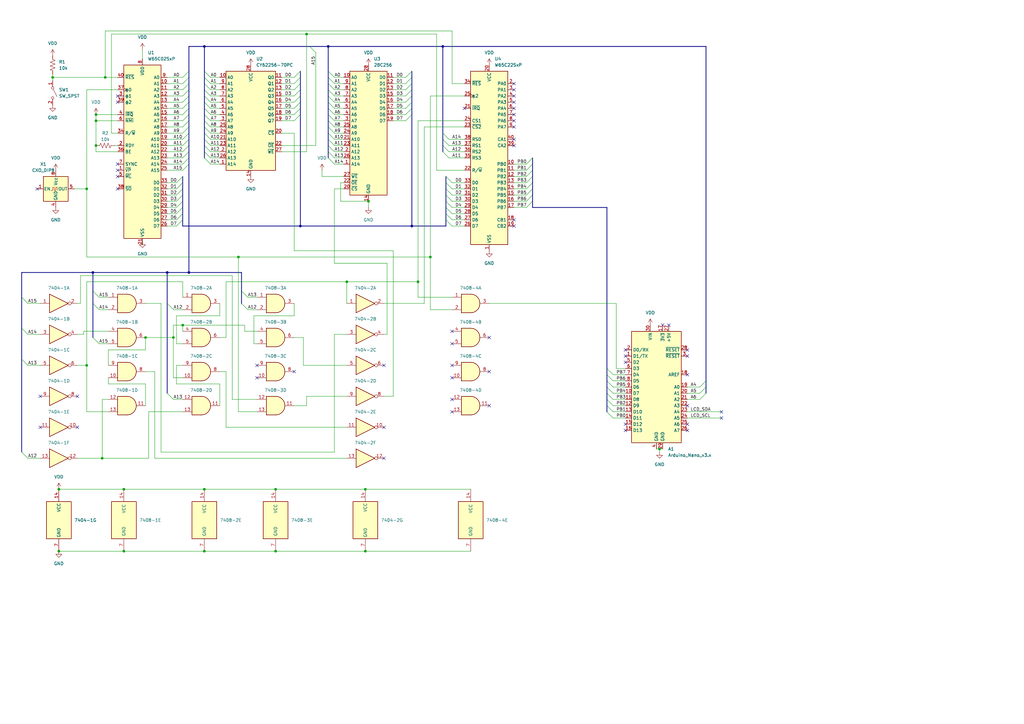
<source format=kicad_sch>
(kicad_sch (version 20230121) (generator eeschema)
  (paper "A3")
  (junction (at 68.58 111.76))
  (junction (at 83.82 19.05))
  (junction (at 83.82 226.06))
  (junction (at 50.8 226.06))
  (junction (at 176.53 105.41))
  (junction (at 113.03 200.66))
  (junction (at 151.13 82.55))
  (junction (at 270.51 184.15))
  (junction (at 59.69 138.43))
  (junction (at 35.56 149.86))
  (junction (at 74.93 133.35))
  (junction (at 39.37 49.53))
  (junction (at 41.91 187.96))
  (junction (at 77.47 111.76))
  (junction (at 123.19 92.71))
  (junction (at 171.45 115.57))
  (junction (at 24.13 226.06))
  (junction (at 125.73 13.97))
  (junction (at 39.37 59.69))
  (junction (at 168.91 92.71))
  (junction (at 24.13 200.66))
  (junction (at 181.61 19.05))
  (junction (at 142.24 115.57))
  (junction (at 43.18 31.75))
  (junction (at 97.79 105.41))
  (junction (at 149.86 200.66))
  (junction (at 71.12 138.43))
  (junction (at 134.62 19.05))
  (junction (at 39.37 46.99))
  (junction (at 83.82 200.66))
  (junction (at 21.59 31.75))
  (junction (at 113.03 226.06))
  (junction (at 35.56 77.47))
  (junction (at 50.8 200.66))
  (junction (at 38.1 111.76))
  (junction (at 149.86 226.06))
  (no_connect (at 190.5 44.45))
  (no_connect (at 15.24 77.47))
  (no_connect (at 281.94 146.05))
  (no_connect (at 210.82 34.29))
  (no_connect (at 185.42 163.83))
  (no_connect (at 210.82 90.17))
  (no_connect (at 281.94 173.99))
  (no_connect (at 274.32 133.35))
  (no_connect (at 256.54 143.51))
  (no_connect (at 271.78 133.35))
  (no_connect (at 256.54 173.99))
  (no_connect (at 256.54 146.05))
  (no_connect (at 210.82 46.99))
  (no_connect (at 185.42 168.91))
  (no_connect (at 48.26 77.47))
  (no_connect (at 200.66 152.4))
  (no_connect (at 120.65 152.4))
  (no_connect (at 210.82 52.07))
  (no_connect (at 210.82 92.71))
  (no_connect (at 31.75 175.26))
  (no_connect (at 295.91 171.45))
  (no_connect (at 210.82 36.83))
  (no_connect (at 295.91 168.91))
  (no_connect (at 185.42 149.86))
  (no_connect (at 200.66 138.43))
  (no_connect (at 210.82 59.69))
  (no_connect (at 48.26 67.31))
  (no_connect (at 281.94 153.67))
  (no_connect (at 16.51 175.26))
  (no_connect (at 256.54 148.59))
  (no_connect (at 48.26 69.85))
  (no_connect (at 185.42 140.97))
  (no_connect (at 157.48 187.96))
  (no_connect (at 31.75 162.56))
  (no_connect (at 48.26 72.39))
  (no_connect (at 210.82 39.37))
  (no_connect (at 105.41 149.86))
  (no_connect (at 210.82 57.15))
  (no_connect (at 210.82 44.45))
  (no_connect (at 105.41 154.94))
  (no_connect (at 281.94 143.51))
  (no_connect (at 16.51 162.56))
  (no_connect (at 281.94 176.53))
  (no_connect (at 210.82 49.53))
  (no_connect (at 200.66 166.37))
  (no_connect (at 157.48 175.26))
  (no_connect (at 281.94 166.37))
  (no_connect (at 157.48 149.86))
  (no_connect (at 48.26 41.91))
  (no_connect (at 256.54 176.53))
  (no_connect (at 210.82 41.91))
  (no_connect (at 185.42 154.94))
  (no_connect (at 185.42 135.89))
  (no_connect (at 48.26 39.37))
  (bus_entry (at 251.46 156.21) (size -2.54 -2.54))
  (bus_entry (at 251.46 163.83) (size -2.54 -2.54))
  (bus_entry (at 86.36 39.37) (size -2.54 -2.54))
  (bus_entry (at 215.9 67.31) (size 2.54 -2.54))
  (bus_entry (at 166.37 31.75) (size 2.54 -2.54))
  (bus_entry (at 137.16 52.07) (size -2.54 -2.54))
  (bus_entry (at 251.46 158.75) (size -2.54 -2.54))
  (bus_entry (at 86.36 31.75) (size -2.54 -2.54))
  (bus_entry (at 86.36 64.77) (size -2.54 -2.54))
  (bus_entry (at 129.54 21.59) (size -2.54 -2.54))
  (bus_entry (at 166.37 36.83) (size 2.54 -2.54))
  (bus_entry (at 120.65 46.99) (size 2.54 -2.54))
  (bus_entry (at 137.16 41.91) (size -2.54 -2.54))
  (bus_entry (at 137.16 39.37) (size -2.54 -2.54))
  (bus_entry (at 120.65 34.29) (size 2.54 -2.54))
  (bus_entry (at 38.1 119.38) (size 2.54 2.54))
  (bus_entry (at 86.36 46.99) (size -2.54 -2.54))
  (bus_entry (at 215.9 85.09) (size 2.54 -2.54))
  (bus_entry (at 74.93 64.77) (size 2.54 -2.54))
  (bus_entry (at 137.16 59.69) (size -2.54 -2.54))
  (bus_entry (at 120.65 39.37) (size 2.54 -2.54))
  (bus_entry (at 166.37 44.45) (size 2.54 -2.54))
  (bus_entry (at 289.56 158.75) (size -2.54 2.54))
  (bus_entry (at 137.16 57.15) (size -2.54 -2.54))
  (bus_entry (at 184.15 62.23) (size -2.54 -2.54))
  (bus_entry (at 72.39 87.63) (size 2.54 -2.54))
  (bus_entry (at 86.36 41.91) (size -2.54 -2.54))
  (bus_entry (at 137.16 49.53) (size -2.54 -2.54))
  (bus_entry (at 99.06 124.46) (size 2.54 2.54))
  (bus_entry (at 289.56 161.29) (size -2.54 2.54))
  (bus_entry (at 184.15 57.15) (size -2.54 -2.54))
  (bus_entry (at 137.16 46.99) (size -2.54 -2.54))
  (bus_entry (at 72.39 74.93) (size 2.54 -2.54))
  (bus_entry (at 251.46 161.29) (size -2.54 -2.54))
  (bus_entry (at 120.65 36.83) (size 2.54 -2.54))
  (bus_entry (at 74.93 67.31) (size 2.54 -2.54))
  (bus_entry (at 8.89 147.32) (size 2.54 2.54))
  (bus_entry (at 8.89 134.62) (size 2.54 2.54))
  (bus_entry (at 86.36 34.29) (size -2.54 -2.54))
  (bus_entry (at 74.93 57.15) (size 2.54 -2.54))
  (bus_entry (at 86.36 49.53) (size -2.54 -2.54))
  (bus_entry (at 86.36 54.61) (size -2.54 -2.54))
  (bus_entry (at 182.88 74.93) (size 2.54 2.54))
  (bus_entry (at 72.39 82.55) (size 2.54 -2.54))
  (bus_entry (at 74.93 62.23) (size 2.54 -2.54))
  (bus_entry (at 120.65 31.75) (size 2.54 -2.54))
  (bus_entry (at 74.93 36.83) (size 2.54 -2.54))
  (bus_entry (at 289.56 156.21) (size -2.54 2.54))
  (bus_entry (at 72.39 90.17) (size 2.54 -2.54))
  (bus_entry (at 99.06 119.38) (size 2.54 2.54))
  (bus_entry (at 74.93 39.37) (size 2.54 -2.54))
  (bus_entry (at 74.93 46.99) (size 2.54 -2.54))
  (bus_entry (at 86.36 59.69) (size -2.54 -2.54))
  (bus_entry (at 86.36 36.83) (size -2.54 -2.54))
  (bus_entry (at 86.36 44.45) (size -2.54 -2.54))
  (bus_entry (at 68.58 161.29) (size 2.54 2.54))
  (bus_entry (at 74.93 31.75) (size 2.54 -2.54))
  (bus_entry (at 86.36 57.15) (size -2.54 -2.54))
  (bus_entry (at 215.9 80.01) (size 2.54 -2.54))
  (bus_entry (at 166.37 34.29) (size 2.54 -2.54))
  (bus_entry (at 74.93 69.85) (size 2.54 -2.54))
  (bus_entry (at 182.88 77.47) (size 2.54 2.54))
  (bus_entry (at 251.46 171.45) (size -2.54 -2.54))
  (bus_entry (at 72.39 85.09) (size 2.54 -2.54))
  (bus_entry (at 72.39 77.47) (size 2.54 -2.54))
  (bus_entry (at 74.93 52.07) (size 2.54 -2.54))
  (bus_entry (at 8.89 121.92) (size 2.54 2.54))
  (bus_entry (at 8.89 185.42) (size 2.54 2.54))
  (bus_entry (at 74.93 49.53) (size 2.54 -2.54))
  (bus_entry (at 182.88 90.17) (size 2.54 2.54))
  (bus_entry (at 251.46 166.37) (size -2.54 -2.54))
  (bus_entry (at 86.36 52.07) (size -2.54 -2.54))
  (bus_entry (at 74.93 59.69) (size 2.54 -2.54))
  (bus_entry (at 38.1 124.46) (size 2.54 2.54))
  (bus_entry (at 74.93 54.61) (size 2.54 -2.54))
  (bus_entry (at 137.16 31.75) (size -2.54 -2.54))
  (bus_entry (at 166.37 49.53) (size 2.54 -2.54))
  (bus_entry (at 184.15 59.69) (size -2.54 -2.54))
  (bus_entry (at 251.46 168.91) (size -2.54 -2.54))
  (bus_entry (at 182.88 82.55) (size 2.54 2.54))
  (bus_entry (at 137.16 64.77) (size -2.54 -2.54))
  (bus_entry (at 72.39 80.01) (size 2.54 -2.54))
  (bus_entry (at 86.36 67.31) (size -2.54 -2.54))
  (bus_entry (at 137.16 54.61) (size -2.54 -2.54))
  (bus_entry (at 215.9 69.85) (size 2.54 -2.54))
  (bus_entry (at 137.16 36.83) (size -2.54 -2.54))
  (bus_entry (at 137.16 34.29) (size -2.54 -2.54))
  (bus_entry (at 137.16 67.31) (size -2.54 -2.54))
  (bus_entry (at 166.37 39.37) (size 2.54 -2.54))
  (bus_entry (at 86.36 62.23) (size -2.54 -2.54))
  (bus_entry (at 74.93 41.91) (size 2.54 -2.54))
  (bus_entry (at 166.37 46.99) (size 2.54 -2.54))
  (bus_entry (at 182.88 80.01) (size 2.54 2.54))
  (bus_entry (at 74.93 44.45) (size 2.54 -2.54))
  (bus_entry (at 251.46 153.67) (size -2.54 -2.54))
  (bus_entry (at 184.15 64.77) (size -2.54 -2.54))
  (bus_entry (at 68.58 124.46) (size 2.54 2.54))
  (bus_entry (at 182.88 85.09) (size 2.54 2.54))
  (bus_entry (at 137.16 44.45) (size -2.54 -2.54))
  (bus_entry (at 72.39 92.71) (size 2.54 -2.54))
  (bus_entry (at 215.9 74.93) (size 2.54 -2.54))
  (bus_entry (at 120.65 41.91) (size 2.54 -2.54))
  (bus_entry (at 38.1 138.43) (size 2.54 2.54))
  (bus_entry (at 137.16 62.23) (size -2.54 -2.54))
  (bus_entry (at 74.93 34.29) (size 2.54 -2.54))
  (bus_entry (at 182.88 87.63) (size 2.54 2.54))
  (bus_entry (at 120.65 49.53) (size 2.54 -2.54))
  (bus_entry (at 120.65 44.45) (size 2.54 -2.54))
  (bus_entry (at 166.37 41.91) (size 2.54 -2.54))
  (bus_entry (at 182.88 72.39) (size 2.54 2.54))
  (bus_entry (at 215.9 72.39) (size 2.54 -2.54))
  (bus_entry (at 215.9 77.47) (size 2.54 -2.54))
  (bus_entry (at 215.9 82.55) (size 2.54 -2.54))
  (wire (pts (xy 104.14 140.97) (xy 105.41 140.97)))
  (bus (pts (xy 248.92 161.29) (xy 248.92 163.83)))
  (wire (pts (xy 161.29 31.75) (xy 166.37 31.75)))
  (bus (pts (xy 134.62 57.15) (xy 134.62 59.69)))
  (wire (pts (xy 137.16 64.77) (xy 140.97 64.77)))
  (wire (pts (xy 115.57 54.61) (xy 120.65 54.61)))
  (wire (pts (xy 11.43 124.46) (xy 16.51 124.46)))
  (wire (pts (xy 137.16 36.83) (xy 140.97 36.83)))
  (wire (pts (xy 137.16 62.23) (xy 140.97 62.23)))
  (bus (pts (xy 181.61 19.05) (xy 289.56 19.05)))
  (bus (pts (xy 218.44 69.85) (xy 218.44 72.39)))
  (wire (pts (xy 60.96 187.96) (xy 60.96 168.91)))
  (wire (pts (xy 44.45 135.89) (xy 34.29 135.89)))
  (wire (pts (xy 113.03 200.66) (xy 149.86 200.66)))
  (bus (pts (xy 77.47 36.83) (xy 77.47 39.37)))
  (wire (pts (xy 39.37 49.53) (xy 48.26 49.53)))
  (wire (pts (xy 200.66 124.46) (xy 252.73 124.46)))
  (bus (pts (xy 134.62 52.07) (xy 134.62 54.61)))
  (wire (pts (xy 41.91 187.96) (xy 60.96 187.96)))
  (bus (pts (xy 38.1 119.38) (xy 38.1 124.46)))
  (wire (pts (xy 137.16 77.47) (xy 137.16 107.95)))
  (wire (pts (xy 137.16 41.91) (xy 140.97 41.91)))
  (wire (pts (xy 59.69 138.43) (xy 71.12 138.43)))
  (bus (pts (xy 134.62 62.23) (xy 134.62 64.77)))
  (wire (pts (xy 74.93 115.57) (xy 74.93 121.92)))
  (bus (pts (xy 134.62 31.75) (xy 134.62 34.29)))
  (wire (pts (xy 120.65 129.54) (xy 104.14 129.54)))
  (bus (pts (xy 168.91 36.83) (xy 168.91 39.37)))
  (bus (pts (xy 181.61 57.15) (xy 181.61 59.69)))
  (wire (pts (xy 21.59 31.75) (xy 21.59 33.02)))
  (bus (pts (xy 134.62 19.05) (xy 134.62 29.21)))
  (wire (pts (xy 35.56 168.91) (xy 44.45 168.91)))
  (wire (pts (xy 115.57 31.75) (xy 120.65 31.75)))
  (bus (pts (xy 218.44 82.55) (xy 218.44 85.09)))
  (wire (pts (xy 104.14 129.54) (xy 104.14 140.97)))
  (bus (pts (xy 168.91 39.37) (xy 168.91 41.91)))
  (wire (pts (xy 185.42 82.55) (xy 190.5 82.55)))
  (bus (pts (xy 74.93 92.71) (xy 74.93 90.17)))
  (wire (pts (xy 142.24 137.16) (xy 137.16 137.16)))
  (bus (pts (xy 248.92 153.67) (xy 248.92 156.21)))
  (wire (pts (xy 86.36 54.61) (xy 90.17 54.61)))
  (bus (pts (xy 83.82 29.21) (xy 83.82 31.75)))
  (wire (pts (xy 68.58 52.07) (xy 74.93 52.07)))
  (wire (pts (xy 71.12 163.83) (xy 74.93 163.83)))
  (bus (pts (xy 83.82 19.05) (xy 83.82 29.21)))
  (wire (pts (xy 86.36 62.23) (xy 90.17 62.23)))
  (wire (pts (xy 137.16 46.99) (xy 140.97 46.99)))
  (wire (pts (xy 60.96 168.91) (xy 74.93 168.91)))
  (wire (pts (xy 68.58 74.93) (xy 72.39 74.93)))
  (bus (pts (xy 83.82 41.91) (xy 83.82 44.45)))
  (bus (pts (xy 77.47 44.45) (xy 77.47 46.99)))
  (bus (pts (xy 77.47 57.15) (xy 77.47 59.69)))
  (wire (pts (xy 97.79 105.41) (xy 176.53 105.41)))
  (wire (pts (xy 59.69 152.4) (xy 63.5 152.4)))
  (bus (pts (xy 74.93 87.63) (xy 74.93 90.17)))
  (wire (pts (xy 161.29 41.91) (xy 166.37 41.91)))
  (bus (pts (xy 182.88 87.63) (xy 182.88 90.17)))
  (wire (pts (xy 100.33 133.35) (xy 100.33 135.89)))
  (bus (pts (xy 68.58 111.76) (xy 77.47 111.76)))
  (wire (pts (xy 101.6 127) (xy 105.41 127)))
  (wire (pts (xy 161.29 102.87) (xy 161.29 162.56)))
  (wire (pts (xy 86.36 57.15) (xy 90.17 57.15)))
  (wire (pts (xy 185.42 92.71) (xy 190.5 92.71)))
  (bus (pts (xy 134.62 46.99) (xy 134.62 49.53)))
  (wire (pts (xy 115.57 39.37) (xy 120.65 39.37)))
  (wire (pts (xy 71.12 138.43) (xy 71.12 154.94)))
  (wire (pts (xy 137.16 49.53) (xy 140.97 49.53)))
  (wire (pts (xy 68.58 54.61) (xy 74.93 54.61)))
  (bus (pts (xy 8.89 134.62) (xy 8.89 147.32)))
  (wire (pts (xy 41.91 163.83) (xy 41.91 187.96)))
  (wire (pts (xy 185.42 90.17) (xy 190.5 90.17)))
  (bus (pts (xy 77.47 29.21) (xy 77.47 31.75)))
  (wire (pts (xy 281.94 168.91) (xy 295.91 168.91)))
  (wire (pts (xy 120.65 102.87) (xy 161.29 102.87)))
  (wire (pts (xy 72.39 157.48) (xy 90.17 157.48)))
  (bus (pts (xy 218.44 72.39) (xy 218.44 74.93)))
  (wire (pts (xy 90.17 157.48) (xy 90.17 166.37)))
  (wire (pts (xy 184.15 59.69) (xy 190.5 59.69)))
  (bus (pts (xy 182.88 77.47) (xy 182.88 80.01)))
  (wire (pts (xy 33.02 113.03) (xy 33.02 124.46)))
  (bus (pts (xy 218.44 74.93) (xy 218.44 77.47)))
  (wire (pts (xy 86.36 41.91) (xy 90.17 41.91)))
  (bus (pts (xy 68.58 111.76) (xy 68.58 124.46)))
  (bus (pts (xy 77.47 19.05) (xy 83.82 19.05)))
  (wire (pts (xy 251.46 153.67) (xy 256.54 153.67)))
  (wire (pts (xy 173.99 52.07) (xy 173.99 124.46)))
  (wire (pts (xy 45.72 54.61) (xy 48.26 54.61)))
  (wire (pts (xy 161.29 34.29) (xy 166.37 34.29)))
  (bus (pts (xy 74.93 80.01) (xy 74.93 82.55)))
  (wire (pts (xy 68.58 62.23) (xy 74.93 62.23)))
  (wire (pts (xy 179.07 69.85) (xy 179.07 13.97)))
  (wire (pts (xy 68.58 80.01) (xy 72.39 80.01)))
  (wire (pts (xy 86.36 52.07) (xy 90.17 52.07)))
  (wire (pts (xy 210.82 72.39) (xy 215.9 72.39)))
  (wire (pts (xy 24.13 200.66) (xy 50.8 200.66)))
  (wire (pts (xy 71.12 154.94) (xy 74.93 154.94)))
  (bus (pts (xy 134.62 59.69) (xy 134.62 62.23)))
  (wire (pts (xy 210.82 77.47) (xy 215.9 77.47)))
  (wire (pts (xy 120.65 54.61) (xy 120.65 102.87)))
  (bus (pts (xy 248.92 156.21) (xy 248.92 158.75)))
  (bus (pts (xy 168.91 41.91) (xy 168.91 44.45)))
  (wire (pts (xy 83.82 226.06) (xy 113.03 226.06)))
  (bus (pts (xy 168.91 46.99) (xy 168.91 92.71)))
  (wire (pts (xy 50.8 226.06) (xy 83.82 226.06)))
  (wire (pts (xy 176.53 105.41) (xy 176.53 127)))
  (wire (pts (xy 86.36 67.31) (xy 90.17 67.31)))
  (wire (pts (xy 59.69 124.46) (xy 66.04 124.46)))
  (wire (pts (xy 171.45 115.57) (xy 171.45 121.92)))
  (bus (pts (xy 77.47 67.31) (xy 77.47 111.76)))
  (wire (pts (xy 24.13 226.06) (xy 50.8 226.06)))
  (wire (pts (xy 44.45 143.51) (xy 44.45 149.86)))
  (bus (pts (xy 83.82 34.29) (xy 83.82 36.83)))
  (wire (pts (xy 35.56 77.47) (xy 35.56 105.41)))
  (wire (pts (xy 210.82 74.93) (xy 215.9 74.93)))
  (bus (pts (xy 77.47 41.91) (xy 77.47 44.45)))
  (wire (pts (xy 176.53 39.37) (xy 176.53 105.41)))
  (wire (pts (xy 97.79 168.91) (xy 105.41 168.91)))
  (wire (pts (xy 92.71 175.26) (xy 142.24 175.26)))
  (bus (pts (xy 248.92 85.09) (xy 218.44 85.09)))
  (wire (pts (xy 140.97 74.93) (xy 139.7 74.93)))
  (bus (pts (xy 8.89 111.76) (xy 8.89 121.92)))
  (wire (pts (xy 11.43 149.86) (xy 16.51 149.86)))
  (wire (pts (xy 39.37 46.99) (xy 39.37 49.53)))
  (bus (pts (xy 248.92 163.83) (xy 248.92 166.37)))
  (wire (pts (xy 251.46 168.91) (xy 256.54 168.91)))
  (wire (pts (xy 58.42 20.32) (xy 58.42 24.13)))
  (wire (pts (xy 31.75 149.86) (xy 35.56 149.86)))
  (wire (pts (xy 137.16 59.69) (xy 140.97 59.69)))
  (wire (pts (xy 48.26 62.23) (xy 39.37 62.23)))
  (wire (pts (xy 72.39 129.54) (xy 72.39 140.97)))
  (wire (pts (xy 40.64 121.92) (xy 44.45 121.92)))
  (bus (pts (xy 182.88 72.39) (xy 182.88 74.93)))
  (wire (pts (xy 68.58 49.53) (xy 74.93 49.53)))
  (wire (pts (xy 151.13 85.09) (xy 151.13 82.55)))
  (wire (pts (xy 171.45 115.57) (xy 142.24 115.57)))
  (bus (pts (xy 77.47 29.21) (xy 77.47 19.05)))
  (wire (pts (xy 92.71 152.4) (xy 92.71 175.26)))
  (wire (pts (xy 63.5 187.96) (xy 142.24 187.96)))
  (wire (pts (xy 113.03 226.06) (xy 149.86 226.06)))
  (wire (pts (xy 33.02 124.46) (xy 31.75 124.46)))
  (wire (pts (xy 142.24 149.86) (xy 124.46 149.86)))
  (wire (pts (xy 115.57 41.91) (xy 120.65 41.91)))
  (wire (pts (xy 68.58 82.55) (xy 72.39 82.55)))
  (wire (pts (xy 86.36 46.99) (xy 90.17 46.99)))
  (wire (pts (xy 39.37 46.99) (xy 48.26 46.99)))
  (wire (pts (xy 97.79 105.41) (xy 97.79 168.91)))
  (wire (pts (xy 35.56 149.86) (xy 35.56 168.91)))
  (wire (pts (xy 43.18 12.7) (xy 185.42 12.7)))
  (wire (pts (xy 58.42 100.33) (xy 58.42 99.06)))
  (wire (pts (xy 210.82 69.85) (xy 215.9 69.85)))
  (wire (pts (xy 171.45 49.53) (xy 171.45 115.57)))
  (bus (pts (xy 289.56 156.21) (xy 289.56 158.75)))
  (wire (pts (xy 105.41 163.83) (xy 95.25 163.83)))
  (wire (pts (xy 92.71 115.57) (xy 142.24 115.57)))
  (bus (pts (xy 83.82 54.61) (xy 83.82 57.15)))
  (wire (pts (xy 161.29 39.37) (xy 166.37 39.37)))
  (wire (pts (xy 140.97 77.47) (xy 137.16 77.47)))
  (wire (pts (xy 140.97 72.39) (xy 132.08 72.39)))
  (bus (pts (xy 99.06 111.76) (xy 99.06 119.38)))
  (wire (pts (xy 86.36 64.77) (xy 90.17 64.77)))
  (bus (pts (xy 74.93 74.93) (xy 74.93 77.47)))
  (bus (pts (xy 77.47 62.23) (xy 77.47 64.77)))
  (wire (pts (xy 115.57 34.29) (xy 120.65 34.29)))
  (bus (pts (xy 77.47 54.61) (xy 77.47 57.15)))
  (wire (pts (xy 72.39 149.86) (xy 72.39 157.48)))
  (wire (pts (xy 86.36 36.83) (xy 90.17 36.83)))
  (bus (pts (xy 134.62 49.53) (xy 134.62 52.07)))
  (wire (pts (xy 176.53 127) (xy 185.42 127)))
  (wire (pts (xy 125.73 166.37) (xy 120.65 166.37)))
  (wire (pts (xy 251.46 156.21) (xy 256.54 156.21)))
  (wire (pts (xy 124.46 138.43) (xy 120.65 138.43)))
  (wire (pts (xy 39.37 62.23) (xy 39.37 59.69)))
  (wire (pts (xy 281.94 171.45) (xy 295.91 171.45)))
  (bus (pts (xy 134.62 36.83) (xy 134.62 39.37)))
  (bus (pts (xy 38.1 111.76) (xy 38.1 119.38)))
  (wire (pts (xy 34.29 135.89) (xy 34.29 137.16)))
  (wire (pts (xy 210.82 67.31) (xy 215.9 67.31)))
  (wire (pts (xy 161.29 36.83) (xy 166.37 36.83)))
  (bus (pts (xy 83.82 52.07) (xy 83.82 54.61)))
  (wire (pts (xy 68.58 46.99) (xy 74.93 46.99)))
  (bus (pts (xy 182.88 74.93) (xy 182.88 77.47)))
  (wire (pts (xy 68.58 36.83) (xy 74.93 36.83)))
  (wire (pts (xy 158.75 107.95) (xy 158.75 137.16)))
  (wire (pts (xy 68.58 59.69) (xy 74.93 59.69)))
  (wire (pts (xy 137.16 57.15) (xy 140.97 57.15)))
  (wire (pts (xy 137.16 44.45) (xy 140.97 44.45)))
  (bus (pts (xy 134.62 44.45) (xy 134.62 46.99)))
  (bus (pts (xy 123.19 41.91) (xy 123.19 44.45)))
  (bus (pts (xy 218.44 67.31) (xy 218.44 69.85)))
  (bus (pts (xy 38.1 111.76) (xy 68.58 111.76)))
  (wire (pts (xy 251.46 163.83) (xy 256.54 163.83)))
  (wire (pts (xy 269.24 184.15) (xy 270.51 184.15)))
  (wire (pts (xy 86.36 44.45) (xy 90.17 44.45)))
  (wire (pts (xy 68.58 92.71) (xy 72.39 92.71)))
  (bus (pts (xy 77.47 59.69) (xy 77.47 62.23)))
  (wire (pts (xy 35.56 105.41) (xy 97.79 105.41)))
  (wire (pts (xy 190.5 49.53) (xy 171.45 49.53)))
  (wire (pts (xy 115.57 44.45) (xy 120.65 44.45)))
  (wire (pts (xy 68.58 57.15) (xy 74.93 57.15)))
  (wire (pts (xy 86.36 59.69) (xy 90.17 59.69)))
  (wire (pts (xy 68.58 67.31) (xy 74.93 67.31)))
  (bus (pts (xy 123.19 34.29) (xy 123.19 36.83)))
  (wire (pts (xy 184.15 64.77) (xy 190.5 64.77)))
  (wire (pts (xy 68.58 77.47) (xy 72.39 77.47)))
  (wire (pts (xy 68.58 41.91) (xy 74.93 41.91)))
  (wire (pts (xy 35.56 149.86) (xy 35.56 115.57)))
  (bus (pts (xy 99.06 119.38) (xy 99.06 124.46)))
  (wire (pts (xy 68.58 69.85) (xy 74.93 69.85)))
  (wire (pts (xy 11.43 137.16) (xy 16.51 137.16)))
  (wire (pts (xy 190.5 69.85) (xy 179.07 69.85)))
  (wire (pts (xy 45.72 13.97) (xy 45.72 54.61)))
  (bus (pts (xy 8.89 121.92) (xy 8.89 134.62)))
  (wire (pts (xy 86.36 31.75) (xy 90.17 31.75)))
  (wire (pts (xy 251.46 166.37) (xy 256.54 166.37)))
  (wire (pts (xy 71.12 133.35) (xy 71.12 138.43)))
  (wire (pts (xy 115.57 62.23) (xy 125.73 62.23)))
  (wire (pts (xy 101.6 121.92) (xy 105.41 121.92)))
  (wire (pts (xy 115.57 46.99) (xy 120.65 46.99)))
  (wire (pts (xy 281.94 158.75) (xy 287.02 158.75)))
  (wire (pts (xy 95.25 113.03) (xy 95.25 163.83)))
  (wire (pts (xy 139.7 74.93) (xy 139.7 82.55)))
  (bus (pts (xy 123.19 36.83) (xy 123.19 39.37)))
  (wire (pts (xy 125.73 162.56) (xy 125.73 166.37)))
  (wire (pts (xy 43.18 31.75) (xy 48.26 31.75)))
  (wire (pts (xy 41.91 187.96) (xy 31.75 187.96)))
  (wire (pts (xy 21.59 30.48) (xy 21.59 31.75)))
  (bus (pts (xy 168.91 29.21) (xy 168.91 31.75)))
  (bus (pts (xy 181.61 54.61) (xy 181.61 57.15)))
  (wire (pts (xy 185.42 74.93) (xy 190.5 74.93)))
  (bus (pts (xy 123.19 92.71) (xy 168.91 92.71)))
  (bus (pts (xy 123.19 31.75) (xy 123.19 34.29)))
  (wire (pts (xy 137.16 52.07) (xy 140.97 52.07)))
  (wire (pts (xy 39.37 59.69) (xy 39.37 49.53)))
  (bus (pts (xy 83.82 31.75) (xy 83.82 34.29)))
  (wire (pts (xy 95.25 113.03) (xy 33.02 113.03)))
  (wire (pts (xy 270.51 184.15) (xy 270.51 185.42)))
  (bus (pts (xy 134.62 39.37) (xy 134.62 41.91)))
  (wire (pts (xy 44.45 157.48) (xy 59.69 157.48)))
  (wire (pts (xy 43.18 31.75) (xy 43.18 12.7)))
  (bus (pts (xy 8.89 111.76) (xy 38.1 111.76)))
  (wire (pts (xy 184.15 57.15) (xy 190.5 57.15)))
  (wire (pts (xy 86.36 34.29) (xy 90.17 34.29)))
  (bus (pts (xy 168.91 44.45) (xy 168.91 46.99)))
  (wire (pts (xy 68.58 85.09) (xy 72.39 85.09)))
  (wire (pts (xy 115.57 36.83) (xy 120.65 36.83)))
  (wire (pts (xy 149.86 226.06) (xy 193.04 226.06)))
  (wire (pts (xy 251.46 158.75) (xy 256.54 158.75)))
  (wire (pts (xy 74.93 133.35) (xy 74.93 135.89)))
  (wire (pts (xy 68.58 31.75) (xy 74.93 31.75)))
  (bus (pts (xy 77.47 31.75) (xy 77.47 34.29)))
  (wire (pts (xy 139.7 82.55) (xy 151.13 82.55)))
  (wire (pts (xy 71.12 127) (xy 74.93 127)))
  (wire (pts (xy 86.36 49.53) (xy 90.17 49.53)))
  (wire (pts (xy 129.54 21.59) (xy 129.54 59.69)))
  (wire (pts (xy 185.42 34.29) (xy 190.5 34.29)))
  (wire (pts (xy 68.58 90.17) (xy 72.39 90.17)))
  (wire (pts (xy 252.73 124.46) (xy 252.73 151.13)))
  (bus (pts (xy 83.82 46.99) (xy 83.82 49.53)))
  (bus (pts (xy 248.92 85.09) (xy 248.92 151.13)))
  (bus (pts (xy 83.82 36.83) (xy 83.82 39.37)))
  (wire (pts (xy 115.57 59.69) (xy 129.54 59.69)))
  (bus (pts (xy 77.47 46.99) (xy 77.47 49.53)))
  (wire (pts (xy 100.33 135.89) (xy 105.41 135.89)))
  (bus (pts (xy 74.93 77.47) (xy 74.93 80.01)))
  (wire (pts (xy 90.17 152.4) (xy 92.71 152.4)))
  (bus (pts (xy 218.44 64.77) (xy 218.44 67.31)))
  (wire (pts (xy 66.04 185.42) (xy 66.04 124.46)))
  (wire (pts (xy 161.29 44.45) (xy 166.37 44.45)))
  (wire (pts (xy 120.65 124.46) (xy 120.65 129.54)))
  (bus (pts (xy 83.82 39.37) (xy 83.82 41.91)))
  (wire (pts (xy 59.69 157.48) (xy 59.69 166.37)))
  (wire (pts (xy 161.29 49.53) (xy 166.37 49.53)))
  (wire (pts (xy 125.73 13.97) (xy 125.73 62.23)))
  (wire (pts (xy 149.86 200.66) (xy 193.04 200.66)))
  (bus (pts (xy 74.93 92.71) (xy 123.19 92.71)))
  (bus (pts (xy 123.19 46.99) (xy 123.19 92.71)))
  (bus (pts (xy 182.88 92.71) (xy 168.91 92.71)))
  (wire (pts (xy 90.17 124.46) (xy 90.17 129.54)))
  (wire (pts (xy 158.75 137.16) (xy 157.48 137.16)))
  (wire (pts (xy 90.17 138.43) (xy 92.71 138.43)))
  (wire (pts (xy 35.56 36.83) (xy 35.56 77.47)))
  (wire (pts (xy 185.42 12.7) (xy 185.42 34.29)))
  (wire (pts (xy 83.82 200.66) (xy 113.03 200.66)))
  (bus (pts (xy 182.88 80.01) (xy 182.88 82.55)))
  (wire (pts (xy 40.64 127) (xy 44.45 127)))
  (wire (pts (xy 281.94 163.83) (xy 287.02 163.83)))
  (bus (pts (xy 182.88 90.17) (xy 182.88 92.71)))
  (wire (pts (xy 281.94 161.29) (xy 287.02 161.29)))
  (bus (pts (xy 168.91 31.75) (xy 168.91 34.29)))
  (wire (pts (xy 68.58 34.29) (xy 74.93 34.29)))
  (bus (pts (xy 181.61 59.69) (xy 181.61 62.23)))
  (wire (pts (xy 63.5 152.4) (xy 63.5 187.96)))
  (bus (pts (xy 123.19 29.21) (xy 123.19 31.75)))
  (wire (pts (xy 50.8 200.66) (xy 83.82 200.66)))
  (wire (pts (xy 68.58 39.37) (xy 74.93 39.37)))
  (bus (pts (xy 83.82 49.53) (xy 83.82 52.07)))
  (wire (pts (xy 252.73 151.13) (xy 256.54 151.13)))
  (bus (pts (xy 134.62 54.61) (xy 134.62 57.15)))
  (wire (pts (xy 137.16 31.75) (xy 140.97 31.75)))
  (wire (pts (xy 34.29 137.16) (xy 31.75 137.16)))
  (wire (pts (xy 210.82 80.01) (xy 215.9 80.01)))
  (wire (pts (xy 21.59 31.75) (xy 43.18 31.75)))
  (wire (pts (xy 68.58 64.77) (xy 74.93 64.77)))
  (bus (pts (xy 77.47 39.37) (xy 77.47 41.91)))
  (bus (pts (xy 77.47 64.77) (xy 77.47 67.31)))
  (wire (pts (xy 125.73 13.97) (xy 45.72 13.97)))
  (wire (pts (xy 59.69 138.43) (xy 59.69 143.51)))
  (wire (pts (xy 251.46 171.45) (xy 256.54 171.45)))
  (bus (pts (xy 74.93 72.39) (xy 74.93 74.93)))
  (bus (pts (xy 134.62 19.05) (xy 181.61 19.05)))
  (bus (pts (xy 289.56 158.75) (xy 289.56 161.29)))
  (bus (pts (xy 123.19 39.37) (xy 123.19 41.91)))
  (bus (pts (xy 182.88 85.09) (xy 182.88 87.63)))
  (wire (pts (xy 137.16 39.37) (xy 140.97 39.37)))
  (bus (pts (xy 182.88 82.55) (xy 182.88 85.09)))
  (wire (pts (xy 44.45 163.83) (xy 41.91 163.83)))
  (wire (pts (xy 137.16 54.61) (xy 140.97 54.61)))
  (wire (pts (xy 137.16 34.29) (xy 140.97 34.29)))
  (wire (pts (xy 44.45 154.94) (xy 44.45 157.48)))
  (wire (pts (xy 142.24 115.57) (xy 142.24 124.46)))
  (bus (pts (xy 134.62 41.91) (xy 134.62 44.45)))
  (bus (pts (xy 83.82 44.45) (xy 83.82 46.99)))
  (bus (pts (xy 83.82 57.15) (xy 83.82 59.69)))
  (bus (pts (xy 8.89 147.32) (xy 8.89 185.42)))
  (wire (pts (xy 92.71 138.43) (xy 92.71 115.57)))
  (wire (pts (xy 142.24 162.56) (xy 125.73 162.56)))
  (bus (pts (xy 134.62 29.21) (xy 134.62 31.75)))
  (bus (pts (xy 83.82 59.69) (xy 83.82 62.23)))
  (wire (pts (xy 137.16 185.42) (xy 66.04 185.42)))
  (wire (pts (xy 161.29 162.56) (xy 157.48 162.56)))
  (wire (pts (xy 86.36 39.37) (xy 90.17 39.37)))
  (bus (pts (xy 218.44 80.01) (xy 218.44 82.55)))
  (wire (pts (xy 90.17 129.54) (xy 72.39 129.54)))
  (bus (pts (xy 77.47 34.29) (xy 77.47 36.83)))
  (wire (pts (xy 251.46 161.29) (xy 256.54 161.29)))
  (wire (pts (xy 137.16 67.31) (xy 140.97 67.31)))
  (wire (pts (xy 40.64 140.97) (xy 44.45 140.97)))
  (wire (pts (xy 137.16 137.16) (xy 137.16 185.42)))
  (wire (pts (xy 185.42 87.63) (xy 190.5 87.63)))
  (bus (pts (xy 181.61 19.05) (xy 181.61 54.61)))
  (bus (pts (xy 168.91 34.29) (xy 168.91 36.83)))
  (wire (pts (xy 190.5 39.37) (xy 176.53 39.37)))
  (wire (pts (xy 132.08 72.39) (xy 132.08 69.85)))
  (wire (pts (xy 115.57 49.53) (xy 120.65 49.53)))
  (bus (pts (xy 218.44 77.47) (xy 218.44 80.01)))
  (bus (pts (xy 77.47 111.76) (xy 99.06 111.76)))
  (bus (pts (xy 248.92 158.75) (xy 248.92 161.29)))
  (wire (pts (xy 161.29 46.99) (xy 166.37 46.99)))
  (bus (pts (xy 77.47 49.53) (xy 77.47 52.07)))
  (bus (pts (xy 77.47 52.07) (xy 77.47 54.61)))
  (bus (pts (xy 38.1 124.46) (xy 38.1 138.43)))
  (bus (pts (xy 289.56 19.05) (xy 289.56 156.21)))
  (wire (pts (xy 68.58 44.45) (xy 74.93 44.45)))
  (wire (pts (xy 71.12 133.35) (xy 74.93 133.35)))
  (wire (pts (xy 74.93 133.35) (xy 100.33 133.35)))
  (bus (pts (xy 83.82 19.05) (xy 127 19.05)))
  (wire (pts (xy 68.58 87.63) (xy 72.39 87.63)))
  (wire (pts (xy 137.16 107.95) (xy 158.75 107.95)))
  (wire (pts (xy 185.42 77.47) (xy 190.5 77.47)))
  (wire (pts (xy 179.07 13.97) (xy 125.73 13.97)))
  (bus (pts (xy 123.19 44.45) (xy 123.19 46.99)))
  (wire (pts (xy 173.99 124.46) (xy 157.48 124.46)))
  (wire (pts (xy 185.42 80.01) (xy 190.5 80.01)))
  (wire (pts (xy 46.99 59.69) (xy 48.26 59.69)))
  (bus (pts (xy 74.93 82.55) (xy 74.93 85.09)))
  (wire (pts (xy 35.56 115.57) (xy 74.93 115.57)))
  (wire (pts (xy 210.82 85.09) (xy 215.9 85.09)))
  (wire (pts (xy 74.93 149.86) (xy 72.39 149.86)))
  (wire (pts (xy 35.56 36.83) (xy 48.26 36.83)))
  (bus (pts (xy 68.58 124.46) (xy 68.58 161.29)))
  (wire (pts (xy 171.45 121.92) (xy 185.42 121.92)))
  (wire (pts (xy 30.48 77.47) (xy 35.56 77.47)))
  (bus (pts (xy 74.93 85.09) (xy 74.93 87.63)))
  (wire (pts (xy 184.15 62.23) (xy 190.5 62.23)))
  (bus (pts (xy 83.82 62.23) (xy 83.82 64.77)))
  (wire (pts (xy 185.42 85.09) (xy 190.5 85.09)))
  (wire (pts (xy 124.46 149.86) (xy 124.46 138.43)))
  (wire (pts (xy 59.69 143.51) (xy 44.45 143.51)))
  (bus (pts (xy 248.92 151.13) (xy 248.92 153.67)))
  (bus (pts (xy 248.92 166.37) (xy 248.92 168.91)))
  (wire (pts (xy 11.43 187.96) (xy 16.51 187.96)))
  (bus (pts (xy 134.62 34.29) (xy 134.62 36.83)))
  (wire (pts (xy 210.82 82.55) (xy 215.9 82.55)))
  (wire (pts (xy 270.51 184.15) (xy 271.78 184.15)))
  (wire (pts (xy 190.5 52.07) (xy 173.99 52.07)))
  (bus (pts (xy 127 19.05) (xy 134.62 19.05)))
  (wire (pts (xy 72.39 140.97) (xy 74.93 140.97)))
  (label "D7" (at 186.69 92.71 0))
  (label "A14" (at 86.36 67.31 0))
  (label "D0" (at 116.84 31.75 0))
  (label "PB0" (at 212.09 67.31 0))
  (label "PB2" (at 252.73 166.37 0))
  (label "PB6" (at 252.73 156.21 0))
  (label "A12" (at 71.12 127 0))
  (label "A2" (at 86.36 36.83 0))
  (label "PB6" (at 212.09 82.55 0))
  (label "PB0" (at 252.73 171.45 0))
  (label "A4" (at 86.36 41.91 0))
  (label "A0" (at 137.16 31.75 0))
  (label "A4" (at 71.12 41.91 0))
  (label "A11" (at 71.12 59.69 0))
  (label "A3" (at 71.12 39.37 0))
  (label "A2" (at 71.12 36.83 0))
  (label "A12" (at 137.16 62.23 0))
  (label "PB4" (at 252.73 161.29 0))
  (label "A12" (at 101.6 127 0))
  (label "D2" (at 186.69 80.01 0))
  (label "A12" (at 11.43 187.96 0))
  (label "A9" (at 137.16 54.61 0))
  (label "A13" (at 185.42 59.69 0))
  (label "D5" (at 186.69 87.63 0))
  (label "A8" (at 137.16 52.07 0))
  (label "A2" (at 137.16 36.83 0))
  (label "D6" (at 186.69 90.17 0))
  (label "D5" (at 116.84 44.45 0))
  (label "A7" (at 86.36 49.53 0))
  (label "A13" (at 71.12 64.77 0))
  (label "D5" (at 162.56 44.45 0))
  (label "A12" (at 86.36 62.23 0))
  (label "D3" (at 116.84 39.37 0))
  (label "D0" (at 69.85 74.93 0))
  (label "PB2" (at 212.09 72.39 0))
  (label "A5" (at 86.36 44.45 0))
  (label "D4" (at 186.69 85.09 0))
  (label "D0" (at 162.56 31.75 0))
  (label "D1" (at 162.56 34.29 0))
  (label "A14" (at 185.42 57.15 0))
  (label "D4" (at 69.85 85.09 0))
  (label "A6" (at 71.12 46.99 0))
  (label "PB5" (at 212.09 80.01 0))
  (label "A1" (at 137.16 34.29 0))
  (label "A15" (at 129.54 26.67 90))
  (label "PB4" (at 212.09 77.47 0))
  (label "D2" (at 116.84 36.83 0))
  (label "PB7" (at 252.73 153.67 0))
  (label "A14" (at 40.64 127 0))
  (label "A7" (at 71.12 49.53 0))
  (label "D4" (at 116.84 41.91 0))
  (label "PB5" (at 252.73 158.75 0))
  (label "A1" (at 71.12 34.29 0))
  (label "A3" (at 86.36 39.37 0))
  (label "D6" (at 116.84 46.99 0))
  (label "A13" (at 137.16 64.77 0))
  (label "D5" (at 69.85 87.63 0))
  (label "PB3" (at 252.73 163.83 0))
  (label "A8" (at 71.12 52.07 0))
  (label "D2" (at 69.85 80.01 0))
  (label "A8" (at 86.36 52.07 0))
  (label "A6" (at 86.36 46.99 0))
  (label "PB1" (at 212.09 69.85 0))
  (label "D0" (at 186.69 74.93 0))
  (label "A4" (at 283.21 158.75 0))
  (label "D7" (at 69.85 92.71 0))
  (label "A10" (at 71.12 57.15 0))
  (label "A5" (at 71.12 44.45 0))
  (label "A6" (at 137.16 46.99 0))
  (label "A10" (at 86.36 57.15 0))
  (label "D7" (at 116.84 49.53 0))
  (label "A10" (at 137.16 57.15 0))
  (label "D7" (at 162.56 49.53 0))
  (label "A13" (at 71.12 163.83 0))
  (label "A12" (at 71.12 62.23 0))
  (label "A1" (at 86.36 34.29 0))
  (label "A7" (at 137.16 49.53 0))
  (label "A11" (at 137.16 59.69 0))
  (label "A11" (at 86.36 59.69 0))
  (label "A4" (at 137.16 41.91 0))
  (label "A15" (at 11.43 124.46 0))
  (label "D1" (at 186.69 77.47 0))
  (label "A13" (at 101.6 121.92 0))
  (label "A0" (at 71.12 31.75 0))
  (label "D1" (at 116.84 34.29 0))
  (label "LCD_SDA" (at 283.21 168.91 0))
  (label "A0" (at 86.36 31.75 0))
  (label "A15" (at 40.64 140.97 0))
  (label "D6" (at 162.56 46.99 0))
  (label "PB3" (at 212.09 74.93 0))
  (label "A12" (at 185.42 62.23 0))
  (label "A15" (at 71.12 69.85 0))
  (label "A6" (at 283.21 163.83 0))
  (label "PB1" (at 252.73 168.91 0))
  (label "D2" (at 162.56 36.83 0))
  (label "D1" (at 69.85 77.47 0))
  (label "A9" (at 86.36 54.61 0))
  (label "A5" (at 137.16 44.45 0))
  (label "D3" (at 162.56 39.37 0))
  (label "A5" (at 283.21 161.29 0))
  (label "D3" (at 69.85 82.55 0))
  (label "LCD_SCL" (at 283.21 171.45 0))
  (label "A13" (at 11.43 149.86 0))
  (label "A11" (at 185.42 64.77 0))
  (label "D6" (at 69.85 90.17 0))
  (label "A14" (at 137.16 67.31 0))
  (label "A14" (at 71.12 67.31 0))
  (label "D3" (at 186.69 82.55 0))
  (label "A15" (at 40.64 121.92 0))
  (label "A3" (at 137.16 39.37 0))
  (label "A13" (at 86.36 64.77 0))
  (label "A14" (at 11.43 137.16 0))
  (label "A9" (at 71.12 54.61 0))
  (label "PB7" (at 212.09 85.09 0))
  (label "D4" (at 162.56 41.91 0))
  (symbol (lib_id "power:VDD") (at 102.87 26.67 0) (unit 1)
    (property "Reference" "#PWR08" (effects hide))
    (property "Value" "VDD" (at 102.87 21.59 0))
  )
  (symbol (lib_id "Memory_EEPROM:28C256") (at 151.13 54.61 0) (unit 1)
    (property "Reference" "U3" (at 153.3241 24.13 0) (effects (justify left)))
    (property "Value" "28C256" (at 153.3241 26.67 0) (effects (justify left)))
    (property "Footprint" "Package_DIP:DIP-28_W15.24mm" (effects hide))
    (property "Datasheet" "http://ww1.microchip.com/downloads/en/DeviceDoc/doc0006.pdf" (effects hide))
  )
  (symbol (lib_id "74xx:74LS08") (at 193.04 138.43 0) (unit 2)
    (property "Reference" "7408-4" (at 193.0317 132.08 0))
    (property "Value" "74LS08" (effects hide))
    (property "Footprint" "Package_DIP:DIP-14_W7.62mm" (effects hide))
    (property "Datasheet" "http://www.ti.com/lit/gpn/sn74LS08" (effects hide))
  )
  (symbol (lib_id "power:GND") (at 270.51 185.42 0) (unit 1)
    (property "Reference" "#PWR012" (effects hide))
    (property "Value" "GND" (at 270.51 190.5 0))
  )
  (symbol (lib_id "74xx:74LS08") (at 52.07 166.37 0) (unit 4)
    (property "Reference" "7408-1" (at 52.0617 160.02 0))
    (property "Value" "74LS08" (effects hide))
    (property "Footprint" "Package_DIP:DIP-14_W7.62mm" (effects hide))
    (property "Datasheet" "http://www.ti.com/lit/gpn/sn74LS08" (effects hide))
  )
  (symbol (lib_id "Memory_RAM:CY62256-70PC") (at 102.87 49.53 0) (unit 1)
    (property "Reference" "U2" (at 105.0641 24.13 0) (effects (justify left)))
    (property "Value" "CY62256-70PC" (at 105.0641 26.67 0) (effects (justify left)))
    (property "Footprint" "Package_DIP:DIP-28_W15.24mm" (effects hide))
    (property "Datasheet" "https://ecee.colorado.edu/~mcclurel/Cypress_SRAM_CY62256.pdf" (effects hide))
  )
  (symbol (lib_id "power:VDD") (at 132.08 69.85 0) (unit 1)
    (property "Reference" "#PWR018" (effects hide))
    (property "Value" "VDD" (at 132.08 64.77 0))
  )
  (symbol (lib_id "74xx:74HCT04") (at 24.13 124.46 0) (unit 1)
    (property "Reference" "7404-1" (at 24.13 118.11 0))
    (property "Value" "74HCT04" (effects hide))
    (property "Footprint" "Package_DIP:DIP-14_W7.62mm" (effects hide))
    (property "Datasheet" "https://assets.nexperia.com/documents/data-sheet/74HC_HCT04.pdf" (effects hide))
  )
  (symbol (lib_id "power:GND") (at 21.59 43.18 0) (unit 1)
    (property "Reference" "#PWR017" (effects hide))
    (property "Value" "GND" (at 21.59 48.26 0))
  )
  (symbol (lib_id "74xx:74LS08") (at 113.03 124.46 0) (unit 1)
    (property "Reference" "7408-3" (at 113.0217 118.11 0))
    (property "Value" "74LS08" (effects hide))
    (property "Footprint" "Package_DIP:DIP-14_W7.62mm" (effects hide))
    (property "Datasheet" "http://www.ti.com/lit/gpn/sn74LS08" (effects hide))
  )
  (symbol (lib_id "74xx:74HCT04") (at 149.86 175.26 0) (unit 5)
    (property "Reference" "7404-2" (at 149.86 168.91 0))
    (property "Value" "74HCT04" (effects hide))
    (property "Footprint" "Package_DIP:DIP-14_W7.62mm" (effects hide))
    (property "Datasheet" "https://assets.nexperia.com/documents/data-sheet/74HC_HCT04.pdf" (effects hide))
  )
  (symbol (lib_id "74xx:74HCT04") (at 149.86 213.36 0) (unit 7)
    (property "Reference" "7404-2" (at 156.21 213.36 0) (effects (justify left)))
    (property "Value" "74HCT04" (effects hide))
    (property "Footprint" "Package_DIP:DIP-14_W7.62mm" (effects hide))
    (property "Datasheet" "https://assets.nexperia.com/documents/data-sheet/74HC_HCT04.pdf" (effects hide))
  )
  (symbol (lib_id "power:GND") (at 151.13 85.09 0) (unit 1)
    (property "Reference" "#PWR04" (effects hide))
    (property "Value" "GND" (at 151.13 90.17 0))
  )
  (symbol (lib_id "power:GND") (at 200.66 102.87 0) (unit 1)
    (property "Reference" "#PWR05" (effects hide))
    (property "Value" "GND" (at 200.66 107.95 0))
  )
  (symbol (lib_id "power:VDD") (at 39.37 46.99 0) (unit 1)
    (property "Reference" "#PWR014" (effects hide))
    (property "Value" "VDD" (at 39.37 41.91 0))
  )
  (symbol (lib_id "power:VDD") (at 151.13 26.67 0) (unit 1)
    (property "Reference" "#PWR07" (effects hide))
    (property "Value" "VDD" (at 151.13 21.59 0))
  )
  (symbol (lib_id "74xx:74LS08") (at 193.04 124.46 0) (unit 1)
    (property "Reference" "7408-4" (at 193.0317 118.11 0))
    (property "Value" "74LS08" (effects hide))
    (property "Footprint" "Package_DIP:DIP-14_W7.62mm" (effects hide))
    (property "Datasheet" "http://www.ti.com/lit/gpn/sn74LS08" (effects hide))
  )
  (symbol (lib_id "74xx:74LS08") (at 82.55 124.46 0) (unit 1)
    (property "Reference" "7408-2" (at 82.5417 118.11 0))
    (property "Value" "74LS08" (effects hide))
    (property "Footprint" "Package_DIP:DIP-14_W7.62mm" (effects hide))
    (property "Datasheet" "http://www.ti.com/lit/gpn/sn74LS08" (effects hide))
  )
  (symbol (lib_id "Device:R_US") (at 43.18 59.69 270) (unit 1)
    (property "Reference" "R2" (at 43.18 54.61 90))
    (property "Value" "10k" (at 43.18 57.15 90))
    (property "Footprint" "Resistor_THT:R_Axial_DIN0207_L6.3mm_D2.5mm_P7.62mm_Horizontal" (effects hide))
  )
  (symbol (lib_id "power:GND") (at 24.13 226.06 0) (unit 1)
    (property "Reference" "#PWR09" (effects hide))
    (property "Value" "GND" (at 24.13 231.14 0))
  )
  (symbol (lib_id "74xx:74HCT04") (at 149.86 187.96 0) (unit 6)
    (property "Reference" "7404-2" (at 149.86 181.61 0))
    (property "Value" "74HCT04" (effects hide))
    (property "Footprint" "Package_DIP:DIP-14_W7.62mm" (effects hide))
    (property "Datasheet" "https://assets.nexperia.com/documents/data-sheet/74HC_HCT04.pdf" (effects hide))
  )
  (symbol (lib_id "Device:R_US") (at 21.59 26.67 180) (unit 1)
    (property "Reference" "R1" (at 24.13 25.4 0) (effects (justify right)))
    (property "Value" "10k" (at 24.13 27.94 0) (effects (justify right)))
    (property "Footprint" "Resistor_THT:R_Axial_DIN0207_L6.3mm_D2.5mm_P7.62mm_Horizontal" (effects hide))
  )
  (symbol (lib_id "power:VDD") (at 58.42 20.32 0) (unit 1)
    (property "Reference" "#PWR01" (effects hide))
    (property "Value" "VDD" (at 58.42 15.24 0))
  )
  (symbol (lib_id "power:VDD") (at 266.7 133.35 0) (unit 1)
    (property "Reference" "#PWR011" (effects hide))
    (property "Value" "VDD" (at 266.7 128.27 0))
  )
  (symbol (lib_id "74xx:74HCT04") (at 24.13 162.56 0) (unit 4)
    (property "Reference" "7404-1" (at 24.13 156.21 0))
    (property "Value" "74HCT04" (effects hide))
    (property "Footprint" "Package_DIP:DIP-14_W7.62mm" (effects hide))
    (property "Datasheet" "https://assets.nexperia.com/documents/data-sheet/74HC_HCT04.pdf" (effects hide))
  )
  (symbol (lib_id "power:GND") (at 22.86 85.09 0) (unit 1)
    (property "Reference" "#PWR016" (effects hide))
    (property "Value" "GND" (at 22.86 90.17 0))
  )
  (symbol (lib_id "power:VDD") (at 24.13 200.66 0) (unit 1)
    (property "Reference" "#PWR010" (effects hide))
    (property "Value" "VDD" (at 24.13 195.58 0))
  )
  (symbol (lib_id "PCM_65xx-library:W65C22SxP") (at 200.66 64.77 0) (unit 1)
    (property "Reference" "U4" (at 202.8541 24.13 0) (effects (justify left)))
    (property "Value" "W65C22SxP" (at 202.8541 26.67 0) (effects (justify left)))
    (property "Footprint" "Package_DIP:DIP-40_W15.24mm" (effects hide))
    (property "Datasheet" "http://www.westerndesigncenter.com/wdc/documentation/w65c22.pdf" (effects hide))
  )
  (symbol (lib_id "power:VDD") (at 22.86 69.85 0) (unit 1)
    (property "Reference" "#PWR013" (effects hide))
    (property "Value" "VDD" (at 22.86 64.77 0))
  )
  (symbol (lib_id "74xx:74LS08") (at 82.55 152.4 0) (unit 3)
    (property "Reference" "7408-2" (at 82.5417 146.05 0))
    (property "Value" "74LS08" (effects hide))
    (property "Footprint" "Package_DIP:DIP-14_W7.62mm" (effects hide))
    (property "Datasheet" "http://www.ti.com/lit/gpn/sn74LS08" (effects hide))
  )
  (symbol (lib_id "74xx:74HCT04") (at 149.86 124.46 0) (unit 1)
    (property "Reference" "7404-2" (at 149.86 118.11 0))
    (property "Value" "74HCT04" (effects hide))
    (property "Footprint" "Package_DIP:DIP-14_W7.62mm" (effects hide))
    (property "Datasheet" "https://assets.nexperia.com/documents/data-sheet/74HC_HCT04.pdf" (effects hide))
  )
  (symbol (lib_id "PCM_65xx-library:W65C02SxP") (at 58.42 62.23 0) (unit 1)
    (property "Reference" "U1" (at 60.6141 21.59 0) (effects (justify left)))
    (property "Value" "W65C02SxP" (at 60.6141 24.13 0) (effects (justify left)))
    (property "Footprint" "Package_DIP:DIP-40_W15.24mm" (effects hide))
    (property "Datasheet" "http://www.westerndesigncenter.com/wdc/documentation/w65c02s.pdf" (effects hide))
  )
  (symbol (lib_id "74xx:74LS08") (at 52.07 124.46 0) (unit 1)
    (property "Reference" "7408-1" (at 52.0617 118.11 0))
    (property "Value" "74LS08" (effects hide))
    (property "Footprint" "Package_DIP:DIP-14_W7.62mm" (effects hide))
    (property "Datasheet" "http://www.ti.com/lit/gpn/sn74LS08" (effects hide))
  )
  (symbol (lib_id "power:VDD") (at 21.59 22.86 0) (unit 1)
    (property "Reference" "#PWR015" (effects hide))
    (property "Value" "VDD" (at 21.59 17.78 0))
  )
  (symbol (lib_id "74xx:74HCT04") (at 24.13 175.26 0) (unit 5)
    (property "Reference" "7404-1" (at 24.13 168.91 0))
    (property "Value" "74HCT04" (effects hide))
    (property "Footprint" "Package_DIP:DIP-14_W7.62mm" (effects hide))
    (property "Datasheet" "https://assets.nexperia.com/documents/data-sheet/74HC_HCT04.pdf" (effects hide))
  )
  (symbol (lib_id "74xx:74LS08") (at 113.03 213.36 0) (unit 5)
    (property "Reference" "7408-3" (at 119.38 213.36 0) (effects (justify left)))
    (property "Value" "74LS08" (effects hide))
    (property "Footprint" "Package_DIP:DIP-14_W7.62mm" (effects hide))
    (property "Datasheet" "http://www.ti.com/lit/gpn/sn74LS08" (effects hide))
  )
  (symbol (lib_id "74xx:74LS08") (at 82.55 138.43 0) (unit 2)
    (property "Reference" "7408-2" (at 82.5417 132.08 0))
    (property "Value" "74LS08" (effects hide))
    (property "Footprint" "Package_DIP:DIP-14_W7.62mm" (effects hide))
    (property "Datasheet" "http://www.ti.com/lit/gpn/sn74LS08" (effects hide))
  )
  (symbol (lib_id "74xx:74HCT04") (at 149.86 149.86 0) (unit 3)
    (property "Reference" "7404-2" (at 149.86 143.51 0))
    (property "Value" "74HCT04" (effects hide))
    (property "Footprint" "Package_DIP:DIP-14_W7.62mm" (effects hide))
    (property "Datasheet" "https://assets.nexperia.com/documents/data-sheet/74HC_HCT04.pdf" (effects hide))
  )
  (symbol (lib_id "74xx:74LS08") (at 52.07 152.4 0) (unit 3)
    (property "Reference" "7408-1" (at 52.0617 146.05 0))
    (property "Value" "74LS08" (effects hide))
    (property "Footprint" "Package_DIP:DIP-14_W7.62mm" (effects hide))
    (property "Datasheet" "http://www.ti.com/lit/gpn/sn74LS08" (effects hide))
  )
  (symbol (lib_id "power:GND") (at 58.42 99.06 0) (unit 1)
    (property "Reference" "#PWR02" (effects hide))
    (property "Value" "GND" (at 58.42 104.14 0))
  )
  (symbol (lib_id "74xx:74LS08") (at 113.03 152.4 0) (unit 3)
    (property "Reference" "7408-3" (at 113.0217 146.05 0))
    (property "Value" "74LS08" (effects hide))
    (property "Footprint" "Package_DIP:DIP-14_W7.62mm" (effects hide))
    (property "Datasheet" "http://www.ti.com/lit/gpn/sn74LS08" (effects hide))
  )
  (symbol (lib_id "74xx:74LS08") (at 52.07 138.43 0) (unit 2)
    (property "Reference" "7408-1" (at 52.0617 132.08 0))
    (property "Value" "74LS08" (effects hide))
    (property "Footprint" "Package_DIP:DIP-14_W7.62mm" (effects hide))
    (property "Datasheet" "http://www.ti.com/lit/gpn/sn74LS08" (effects hide))
  )
  (symbol (lib_id "Oscillator:CXO_DIP8") (at 22.86 77.47 0) (unit 1)
    (property "Reference" "X1" (at 17.78 67.31 0))
    (property "Value" "CXO_DIP8" (at 17.78 69.85 0))
    (property "Footprint" "Oscillator:Oscillator_DIP-8" (effects hide))
    (property "Datasheet" "http://cdn-reichelt.de/documents/datenblatt/B400/OSZI.pdf" (effects hide))
  )
  (symbol (lib_id "74xx:74LS08") (at 113.03 166.37 0) (unit 4)
    (property "Reference" "7408-3" (at 113.0217 160.02 0))
    (property "Value" "74LS08" (effects hide))
    (property "Footprint" "Package_DIP:DIP-14_W7.62mm" (effects hide))
    (property "Datasheet" "http://www.ti.com/lit/gpn/sn74LS08" (effects hide))
  )
  (symbol (lib_id "74xx:74LS08") (at 193.04 152.4 0) (unit 3)
    (property "Reference" "7408-4" (at 193.0317 146.05 0))
    (property "Value" "74LS08" (effects hide))
    (property "Footprint" "Package_DIP:DIP-14_W7.62mm" (effects hide))
    (property "Datasheet" "http://www.ti.com/lit/gpn/sn74LS08" (effects hide))
  )
  (symbol (lib_id "power:VDD") (at 200.66 26.67 0) (unit 1)
    (property "Reference" "#PWR06" (effects hide))
    (property "Value" "VDD" (at 200.66 21.59 0))
  )
  (symbol (lib_id "74xx:74LS08") (at 193.04 166.37 0) (unit 4)
    (property "Reference" "7408-4" (at 193.0317 160.02 0))
    (property "Value" "74LS08" (effects hide))
    (property "Footprint" "Package_DIP:DIP-14_W7.62mm" (effects hide))
    (property "Datasheet" "http://www.ti.com/lit/gpn/sn74LS08" (effects hide))
  )
  (symbol (lib_id "MCU_Module:Arduino_Nano_v3.x") (at 269.24 158.75 0) (unit 1)
    (property "Reference" "A1" (at 273.9741 184.15 0) (effects (justify left)))
    (property "Value" "Arduino_Nano_v3.x" (at 273.9741 186.69 0) (effects (justify left)))
    (property "Footprint" "Module:Arduino_Nano" (effects hide))
    (property "Datasheet" "http://www.mouser.com/pdfdocs/Gravitech_Arduino_Nano3_0.pdf" (effects hide))
  )
  (symbol (lib_id "74xx:74HCT04") (at 24.13 137.16 0) (unit 2)
    (property "Reference" "7404-1" (at 24.13 130.81 0))
    (property "Value" "74HCT04" (effects hide))
    (property "Footprint" "Package_DIP:DIP-14_W7.62mm" (effects hide))
    (property "Datasheet" "https://assets.nexperia.com/documents/data-sheet/74HC_HCT04.pdf" (effects hide))
  )
  (symbol (lib_id "74xx:74LS08") (at 113.03 138.43 0) (unit 2)
    (property "Reference" "7408-3" (at 113.0217 132.08 0))
    (property "Value" "74LS08" (effects hide))
    (property "Footprint" "Package_DIP:DIP-14_W7.62mm" (effects hide))
    (property "Datasheet" "http://www.ti.com/lit/gpn/sn74LS08" (effects hide))
  )
  (symbol (lib_id "74xx:74HCT04") (at 24.13 187.96 0) (unit 6)
    (property "Reference" "7404-1" (at 24.13 181.61 0))
    (property "Value" "74HCT04" (effects hide))
    (property "Footprint" "Package_DIP:DIP-14_W7.62mm" (effects hide))
    (property "Datasheet" "https://assets.nexperia.com/documents/data-sheet/74HC_HCT04.pdf" (effects hide))
  )
  (symbol (lib_id "Switch:SW_SPST") (at 21.59 38.1 270) (unit 1)
    (property "Reference" "SW1" (at 24.13 36.83 90) (effects (justify left)))
    (property "Value" "SW_SPST" (at 24.13 39.37 90) (effects (justify left)))
  )
  (symbol (lib_id "74xx:74HCT04") (at 149.86 162.56 0) (unit 4)
    (property "Reference" "7404-2" (at 149.86 156.21 0))
    (property "Value" "74HCT04" (effects hide))
    (property "Footprint" "Package_DIP:DIP-14_W7.62mm" (effects hide))
    (property "Datasheet" "https://assets.nexperia.com/documents/data-sheet/74HC_HCT04.pdf" (effects hide))
  )
  (symbol (lib_id "74xx:74LS08") (at 83.82 213.36 0) (unit 5)
    (property "Reference" "7408-2" (at 90.17 213.36 0) (effects (justify left)))
    (property "Value" "74LS08" (effects hide))
    (property "Footprint" "Package_DIP:DIP-14_W7.62mm" (effects hide))
    (property "Datasheet" "http://www.ti.com/lit/gpn/sn74LS08" (effects hide))
  )
  (symbol (lib_id "74xx:74LS08") (at 82.55 166.37 0) (unit 4)
    (property "Reference" "7408-2" (at 82.5417 160.02 0))
    (property "Value" "74LS08" (effects hide))
    (property "Footprint" "Package_DIP:DIP-14_W7.62mm" (effects hide))
    (property "Datasheet" "http://www.ti.com/lit/gpn/sn74LS08" (effects hide))
  )
  (symbol (lib_id "74xx:74LS08") (at 193.04 213.36 0) (unit 5)
    (property "Reference" "7408-4" (at 199.39 213.36 0) (effects (justify left)))
    (property "Value" "74LS08" (effects hide))
    (property "Footprint" "Package_DIP:DIP-14_W7.62mm" (effects hide))
    (property "Datasheet" "http://www.ti.com/lit/gpn/sn74LS08" (effects hide))
  )
  (symbol (lib_id "74xx:74HCT04") (at 149.86 137.16 0) (unit 2)
    (property "Reference" "7404-2" (at 149.86 130.81 0))
    (property "Value" "74HCT04" (effects hide))
    (property "Footprint" "Package_DIP:DIP-14_W7.62mm" (effects hide))
    (property "Datasheet" "https://assets.nexperia.com/documents/data-sheet/74HC_HCT04.pdf" (effects hide))
  )
  (symbol (lib_id "74xx:74HCT04") (at 24.13 213.36 0) (unit 7)
    (property "Reference" "7404-1" (at 30.48 213.36 0) (effects (justify left)))
    (property "Value" "74HCT04" (effects hide))
    (property "Footprint" "Package_DIP:DIP-14_W7.62mm" (effects hide))
    (property "Datasheet" "https://assets.nexperia.com/documents/data-sheet/74HC_HCT04.pdf" (effects hide))
  )
  (symbol (lib_id "74xx:74HCT04") (at 24.13 149.86 0) (unit 3)
    (property "Reference" "7404-1" (at 24.13 143.51 0))
    (property "Value" "74HCT04" (effects hide))
    (property "Footprint" "Package_DIP:DIP-14_W7.62mm" (effects hide))
    (property "Datasheet" "https://assets.nexperia.com/documents/data-sheet/74HC_HCT04.pdf" (effects hide))
  )
  (symbol (lib_id "74xx:74LS08") (at 50.8 213.36 0) (unit 5)
    (property "Reference" "7408-1" (at 57.15 213.36 0) (effects (justify left)))
    (property "Value" "74LS08" (effects hide))
    (property "Footprint" "Package_DIP:DIP-14_W7.62mm" (effects hide))
    (property "Datasheet" "http://www.ti.com/lit/gpn/sn74LS08" (effects hide))
  )
  (symbol (lib_id "power:GND") (at 102.87 72.39 0) (unit 1)
    (property "Reference" "#PWR03" (effects hide))
    (property "Value" "GND" (at 102.87 77.47 0))
  )
)
</source>
